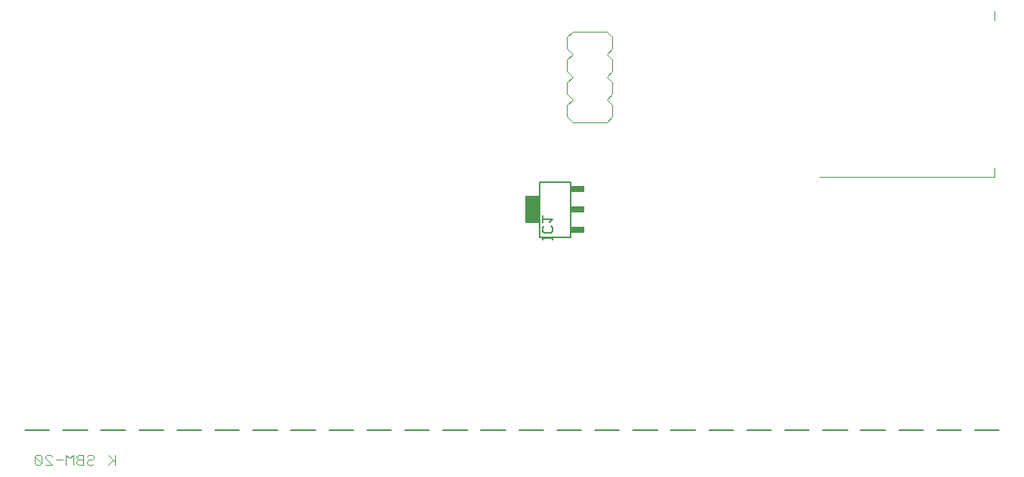
<source format=gbo>
G75*
G70*
%OFA0B0*%
%FSLAX24Y24*%
%IPPOS*%
%LPD*%
%AMOC8*
5,1,8,0,0,1.08239X$1,22.5*
%
%ADD10C,0.0040*%
%ADD11C,0.0050*%
%ADD12C,0.0060*%
%ADD13R,0.0600X0.1200*%
%ADD14R,0.0600X0.0300*%
%ADD15C,0.0010*%
%ADD16C,0.0031*%
D10*
X000681Y003644D02*
X000834Y003644D01*
X000911Y003721D01*
X000604Y004028D01*
X000604Y003721D01*
X000681Y003644D01*
X000911Y003721D02*
X000911Y004028D01*
X000834Y004104D01*
X000681Y004104D01*
X000604Y004028D01*
X001065Y004028D02*
X001141Y004104D01*
X001295Y004104D01*
X001372Y004028D01*
X001525Y003874D02*
X001832Y003874D01*
X001985Y004104D02*
X001985Y003644D01*
X002292Y003644D02*
X002292Y004104D01*
X002139Y003951D01*
X001985Y004104D01*
X002446Y004028D02*
X002446Y003951D01*
X002522Y003874D01*
X002753Y003874D01*
X002906Y003797D02*
X002906Y003721D01*
X002983Y003644D01*
X003136Y003644D01*
X003213Y003721D01*
X003136Y003874D02*
X002983Y003874D01*
X002906Y003797D01*
X002753Y003644D02*
X002522Y003644D01*
X002446Y003721D01*
X002446Y003797D01*
X002522Y003874D01*
X002446Y004028D02*
X002522Y004104D01*
X002753Y004104D01*
X002753Y003644D01*
X002906Y004028D02*
X002983Y004104D01*
X003136Y004104D01*
X003213Y004028D01*
X003213Y003951D01*
X003136Y003874D01*
X003827Y003644D02*
X004057Y003874D01*
X004134Y003797D02*
X003827Y004104D01*
X004134Y004104D02*
X004134Y003644D01*
X001372Y003644D02*
X001065Y003951D01*
X001065Y004028D01*
X001065Y003644D02*
X001372Y003644D01*
D11*
X001254Y005196D02*
X000171Y005196D01*
X001845Y005196D02*
X002927Y005196D01*
X003518Y005196D02*
X004601Y005196D01*
X005191Y005196D02*
X006274Y005196D01*
X006864Y005196D02*
X007947Y005196D01*
X008538Y005196D02*
X009620Y005196D01*
X010211Y005196D02*
X011294Y005196D01*
X011884Y005196D02*
X012967Y005196D01*
X013557Y005196D02*
X014640Y005196D01*
X015231Y005196D02*
X016313Y005196D01*
X016904Y005196D02*
X017986Y005196D01*
X018577Y005196D02*
X019660Y005196D01*
X020250Y005196D02*
X021333Y005196D01*
X021923Y005196D02*
X023006Y005196D01*
X023597Y005196D02*
X024679Y005196D01*
X025270Y005196D02*
X026353Y005196D01*
X026943Y005196D02*
X028026Y005196D01*
X028616Y005196D02*
X029699Y005196D01*
X030290Y005196D02*
X031372Y005196D01*
X031963Y005196D02*
X033046Y005196D01*
X033636Y005196D02*
X034719Y005196D01*
X035309Y005196D02*
X036392Y005196D01*
X036983Y005196D02*
X038065Y005196D01*
X038656Y005196D02*
X039738Y005196D01*
X040329Y005196D02*
X041412Y005196D01*
X042002Y005196D02*
X043085Y005196D01*
X023416Y013582D02*
X023416Y013732D01*
X023416Y013657D02*
X022966Y013657D01*
X022966Y013582D02*
X022966Y013732D01*
X023041Y013889D02*
X022966Y013964D01*
X022966Y014114D01*
X023041Y014189D01*
X022966Y014349D02*
X022966Y014649D01*
X022966Y014499D02*
X023416Y014499D01*
X023266Y014349D01*
X023341Y014189D02*
X023416Y014114D01*
X023416Y013964D01*
X023341Y013889D01*
X023041Y013889D01*
D12*
X022834Y013680D02*
X022834Y016139D01*
X024197Y016139D01*
X024197Y013680D01*
X022834Y013680D01*
D13*
X022516Y014909D03*
D14*
X024516Y014909D03*
X024516Y014009D03*
X024516Y015809D03*
D15*
X024300Y018761D02*
X024050Y019011D01*
X024050Y019511D01*
X024300Y019761D01*
X024050Y020011D01*
X024050Y020511D01*
X024300Y020761D01*
X024050Y021011D01*
X024050Y021511D01*
X024300Y021761D01*
X024050Y022011D01*
X024050Y022511D01*
X024300Y022761D01*
X025800Y022761D01*
X026050Y022511D01*
X026050Y022011D01*
X025800Y021761D01*
X026050Y021511D01*
X026050Y021011D01*
X025800Y020761D01*
X026050Y020511D01*
X026050Y020011D01*
X025800Y019761D01*
X026050Y019511D01*
X026050Y019011D01*
X025800Y018761D01*
X024300Y018761D01*
D16*
X035181Y016366D02*
X042859Y016366D01*
X042859Y016760D01*
X042859Y023256D02*
X042859Y023650D01*
M02*

</source>
